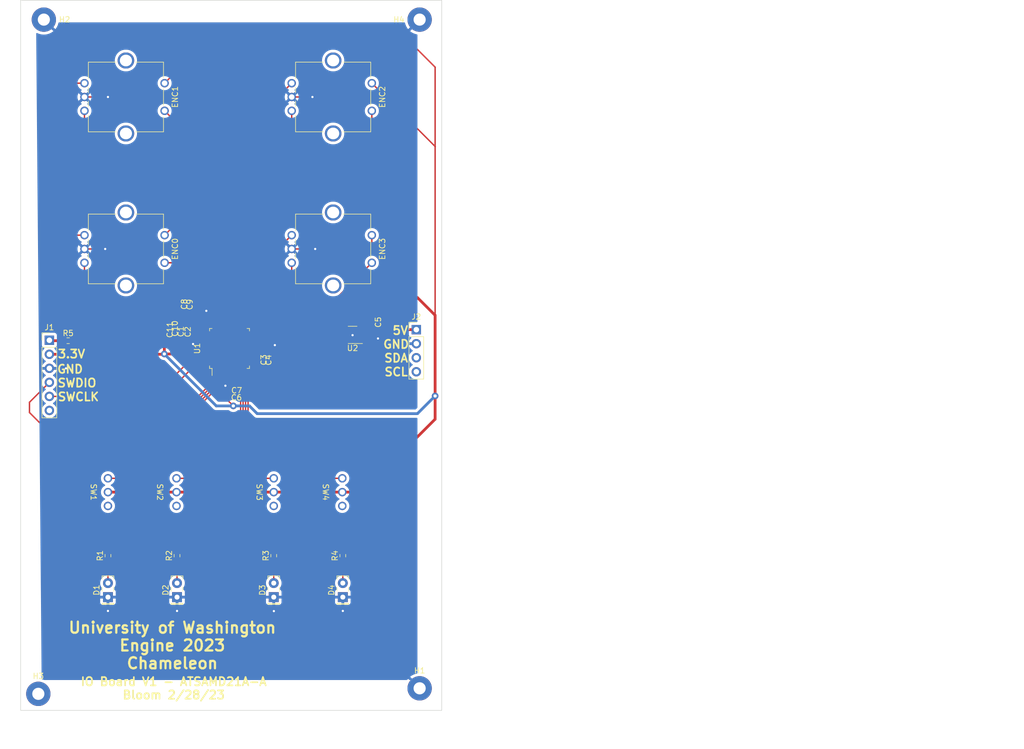
<source format=kicad_pcb>
(kicad_pcb (version 20211014) (generator pcbnew)
  (layers (0 "F.Cu" signal) (31 "B.Cu" signal) (34 "B.Paste" user) (35 "F.Paste" user) (36 "B.SilkS" user "B.Silkscreen") (37 "F.SilkS" user "F.Silkscreen") (38 "B.Mask" user) (39 "F.Mask" user) (44 "Edge.Cuts" user))
  (net 0 "")
  (net 1 "GND")
  (net 2 "Net-(C1-Pad2)")
  (net 3 "+3.3V")
  (net 4 "VCC")
  (net 5 "Net-(D1-Pad2)")
  (net 6 "Net-(D2-Pad2)")
  (net 7 "Net-(D3-Pad2)")
  (net 8 "Net-(D4-Pad2)")
  (net 9 "Net-(J1-Pad1)")
  (net 10 "/SWDIO")
  (net 11 "/SWCLK")
  (net 13 "/LED0")
  (net 14 "/LED1")
  (net 15 "/LED2")
  (net 16 "/LED3")
  (net 17 "/SW0")
  (net 19 "/SW1")
  (net 21 "/SW2")
  (net 23 "/SW3")
  (net 25 "/ENC0_A")
  (net 26 "/ENC0_B")
  (net 27 "/ENC0_SW")
  (net 28 "/ENC1_A")
  (net 29 "/ENC1_B")
  (net 30 "/ENC1_SW")
  (net 31 "/ENC2_A")
  (net 32 "/ENC2_B")
  (net 33 "/ENC2_SW")
  (net 34 "/ENC3_A")
  (net 35 "/ENC3_B")
  (net 36 "/ENC3_SW")
  (net 39 "/SDA")
  (net 40 "/SCL")
  (footprint "Package_QFP:TQFP-48_7x7mm_P0.5mm" (layer "F.Cu") (at 103.6 104.5 90)
    (fp_text reference "U1" (at 0 -5.85 90) (layer "F.SilkS"))
    (fp_text value "ATSAMD21G18A-A")
    (pad "1" smd roundrect (at -4.1625 -2.75 90) (size 1.475 0.3) (layers "F.Cu" "F.Paste" "F.Mask") (net 13 "/LED0"))
    (pad "2" smd roundrect (at -4.1625 -2.25 90) (size 1.475 0.3) (layers "F.Cu" "F.Paste" "F.Mask") (net 14 "/LED1"))
    (pad "3" smd roundrect (at -4.1625 -1.75 90) (size 1.475 0.3) (layers "F.Cu" "F.Paste" "F.Mask") (net 15 "/LED2"))
    (pad "4" smd roundrect (at -4.1625 -1.25 90) (size 1.475 0.3) (layers "F.Cu" "F.Paste" "F.Mask") (net 16 "/LED3"))
    (pad "5" smd roundrect (at -4.1625 -0.75 90) (size 1.475 0.3) (layers "F.Cu" "F.Paste" "F.Mask") (net 1 "GND"))
    (pad "6" smd roundrect (at -4.1625 -0.25 90) (size 1.475 0.3) (layers "F.Cu" "F.Paste" "F.Mask") (net 3 "+3.3V"))
    (pad "7" smd roundrect (at -4.1625 0.25 90) (size 1.475 0.3) (layers "F.Cu" "F.Paste" "F.Mask"))
    (pad "8" smd roundrect (at -4.1625 0.75 90) (size 1.475 0.3) (layers "F.Cu" "F.Paste" "F.Mask"))
    (pad "9" smd roundrect (at -4.1625 1.25 90) (size 1.475 0.3) (layers "F.Cu" "F.Paste" "F.Mask") (net 17 "/SW0"))
    (pad "10" smd roundrect (at -4.1625 1.75 90) (size 1.475 0.3) (layers "F.Cu" "F.Paste" "F.Mask") (net 19 "/SW1"))
    (pad "11" smd roundrect (at -4.1625 2.25 90) (size 1.475 0.3) (layers "F.Cu" "F.Paste" "F.Mask") (net 21 "/SW2"))
    (pad "12" smd roundrect (at -4.1625 2.75 90) (size 1.475 0.3) (layers "F.Cu" "F.Paste" "F.Mask") (net 23 "/SW3"))
    (pad "13" smd roundrect (at -2.75 4.1625 90) (size 0.3 1.475) (layers "F.Cu" "F.Paste" "F.Mask") (net 39 "/SDA"))
    (pad "14" smd roundrect (at -2.25 4.1625 90) (size 0.3 1.475) (layers "F.Cu" "F.Paste" "F.Mask") (net 40 "/SCL"))
    (pad "15" smd roundrect (at -1.75 4.1625 90) (size 0.3 1.475) (layers "F.Cu" "F.Paste" "F.Mask"))
    (pad "16" smd roundrect (at -1.25 4.1625 90) (size 0.3 1.475) (layers "F.Cu" "F.Paste" "F.Mask"))
    (pad "17" smd roundrect (at -0.75 4.1625 90) (size 0.3 1.475) (layers "F.Cu" "F.Paste" "F.Mask") (net 3 "+3.3V"))
    (pad "18" smd roundrect (at -0.25 4.1625 90) (size 0.3 1.475) (layers "F.Cu" "F.Paste" "F.Mask") (net 1 "GND"))
    (pad "19" smd roundrect (at 0.25 4.1625 90) (size 0.3 1.475) (layers "F.Cu" "F.Paste" "F.Mask"))
    (pad "20" smd roundrect (at 0.75 4.1625 90) (size 0.3 1.475) (layers "F.Cu" "F.Paste" "F.Mask"))
    (pad "21" smd roundrect (at 1.25 4.1625 90) (size 0.3 1.475) (layers "F.Cu" "F.Paste" "F.Mask"))
    (pad "22" smd roundrect (at 1.75 4.1625 90) (size 0.3 1.475) (layers "F.Cu" "F.Paste" "F.Mask"))
    (pad "23" smd roundrect (at 2.25 4.1625 90) (size 0.3 1.475) (layers "F.Cu" "F.Paste" "F.Mask") (net 36 "/ENC3_SW"))
    (pad "24" smd roundrect (at 2.75 4.1625 90) (size 0.3 1.475) (layers "F.Cu" "F.Paste" "F.Mask") (net 35 "/ENC3_B"))
    (pad "25" smd roundrect (at 4.1625 2.75 90) (size 1.475 0.3) (layers "F.Cu" "F.Paste" "F.Mask") (net 34 "/ENC3_A"))
    (pad "26" smd roundrect (at 4.1625 2.25 90) (size 1.475 0.3) (layers "F.Cu" "F.Paste" "F.Mask") (net 33 "/ENC2_SW"))
    (pad "27" smd roundrect (at 4.1625 1.75 90) (size 1.475 0.3) (layers "F.Cu" "F.Paste" "F.Mask") (net 32 "/ENC2_B"))
    (pad "28" smd roundrect (at 4.1625 1.25 90) (size 1.475 0.3) (layers "F.Cu" "F.Paste" "F.Mask") (net 31 "/ENC2_A"))
    (pad "29" smd roundrect (at 4.1625 0.75 90) (size 1.475 0.3) (layers "F.Cu" "F.Paste" "F.Mask") (net 30 "/ENC1_SW"))
    (pad "30" smd roundrect (at 4.1625 0.25 90) (size 1.475 0.3) (layers "F.Cu" "F.Paste" "F.Mask") (net 29 "/ENC1_B"))
    (pad "31" smd roundrect (at 4.1625 -0.25 90) (size 1.475 0.3) (layers "F.Cu" "F.Paste" "F.Mask") (net 28 "/ENC1_A"))
    (pad "32" smd roundrect (at 4.1625 -0.75 90) (size 1.475 0.3) (layers "F.Cu" "F.Paste" "F.Mask") (net 27 "/ENC0_SW"))
    (pad "33" smd roundrect (at 4.1625 -1.25 90) (size 1.475 0.3) (layers "F.Cu" "F.Paste" "F.Mask") (net 26 "/ENC0_B"))
    (pad "34" smd roundrect (at 4.1625 -1.75 90) (size 1.475 0.3) (layers "F.Cu" "F.Paste" "F.Mask") (net 25 "/ENC0_A"))
    (pad "35" smd roundrect (at 4.1625 -2.25 90) (size 1.475 0.3) (layers "F.Cu" "F.Paste" "F.Mask") (net 1 "GND"))
    (pad "36" smd roundrect (at 4.1625 -2.75 90) (size 1.475 0.3) (layers "F.Cu" "F.Paste" "F.Mask") (net 3 "+3.3V"))
    (pad "37" smd roundrect (at 2.75 -4.1625 90) (size 0.3 1.475) (layers "F.Cu" "F.Paste" "F.Mask"))
    (pad "38" smd roundrect (at 2.25 -4.1625 90) (size 0.3 1.475) (layers "F.Cu" "F.Paste" "F.Mask"))
    (pad "39" smd roundrect (at 1.75 -4.1625 90) (size 0.3 1.475) (layers "F.Cu" "F.Paste" "F.Mask"))
    (pad "40" smd roundrect (at 1.25 -4.1625 90) (size 0.3 1.475) (layers "F.Cu" "F.Paste" "F.Mask"))
    (pad "41" smd roundrect (at 0.75 -4.1625 90) (size 0.3 1.475) (layers "F.Cu" "F.Paste" "F.Mask"))
    (pad "42" smd roundrect (at 0.25 -4.1625 90) (size 0.3 1.475) (layers "F.Cu" "F.Paste" "F.Mask") (net 1 "GND"))
    (pad "43" smd roundrect (at -0.25 -4.1625 90) (size 0.3 1.475) (layers "F.Cu" "F.Paste" "F.Mask") (net 2 "Net-(C1-Pad2)"))
    (pad "44" smd roundrect (at -0.75 -4.1625 90) (size 0.3 1.475) (layers "F.Cu" "F.Paste" "F.Mask") (net 3 "+3.3V"))
    (pad "45" smd roundrect (at -1.25 -4.1625 90) (size 0.3 1.475) (layers "F.Cu" "F.Paste" "F.Mask") (net 11 "/SWCLK"))
    (pad "46" smd roundrect (at -1.75 -4.1625 90) (size 0.3 1.475) (layers "F.Cu" "F.Paste" "F.Mask") (net 10 "/SWDIO"))
    (pad "47" smd roundrect (at -2.25 -4.1625 90) (size 0.3 1.475) (layers "F.Cu" "F.Paste" "F.Mask"))
    (pad "48" smd roundrect (at -2.75 -4.1625 90) (size 0.3 1.475) (layers "F.Cu" "F.Paste" "F.Mask"))
  )
  (footprint "Connector_PinHeader_2.54mm:PinHeader_1x06_P2.54mm_Vertical" (layer "F.Cu") (at 71 103.02)
    (fp_text reference "J1" (at 0 -2.33) (layer "F.SilkS"))
    (fp_text value "Conn_PIC_ICSP_ICD")
    (pad "1" thru_hole rect (at 0 0) (size 1.7 1.7) (drill 1) (layers *.Cu *.Mask) (net 9 "Net-(J1-Pad1)"))
    (pad "2" thru_hole oval (at 0 2.54) (size 1.7 1.7) (drill 1) (layers *.Cu *.Mask) (net 3 "+3.3V"))
    (pad "3" thru_hole oval (at 0 5.08) (size 1.7 1.7) (drill 1) (layers *.Cu *.Mask) (net 1 "GND"))
    (pad "4" thru_hole oval (at 0 7.62) (size 1.7 1.7) (drill 1) (layers *.Cu *.Mask) (net 10 "/SWDIO"))
    (pad "5" thru_hole oval (at 0 10.16) (size 1.7 1.7) (drill 1) (layers *.Cu *.Mask) (net 11 "/SWCLK"))
    (pad "6" thru_hole oval (at 0 12.7) (size 1.7 1.7) (drill 1) (layers *.Cu *.Mask))
  )
  (footprint "Resistor_SMD:R_0603_1608Metric" (layer "F.Cu") (at 124.1 142 90)
    (fp_text reference "R4" (at 0 -1.43 90) (layer "F.SilkS"))
    (fp_text value "10k")
    (pad "1" smd roundrect (at -0.825 0 90) (size 0.8 0.95) (layers "F.Cu" "F.Paste" "F.Mask") (net 8 "Net-(D4-Pad2)"))
    (pad "2" smd roundrect (at 0.825 0 90) (size 0.8 0.95) (layers "F.Cu" "F.Paste" "F.Mask") (net 16 "/LED3"))
  )
  (footprint "LED_THT:LED_Rectangular_W5.0mm_H2.0mm" (layer "F.Cu") (at 94.1 149.5 90)
    (fp_text reference "D2" (at 1.27 -2.06 90) (layer "F.SilkS"))
    (fp_text value "LED")
    (pad "1" thru_hole rect (at 0 0 90) (size 1.8 1.8) (drill 0.9) (layers *.Cu *.Mask) (net 1 "GND"))
    (pad "2" thru_hole circle (at 2.54 0 90) (size 1.8 1.8) (drill 0.9) (layers *.Cu *.Mask) (net 6 "Net-(D2-Pad2)"))
  )
  (footprint "Capacitor_SMD:C_0201_0603Metric" (layer "F.Cu") (at 103.17 113.3 180)
    (fp_text reference "C6" (at -1.68 -0.1) (layer "F.SilkS"))
    (fp_text value "10u")
    (pad "1" smd roundrect (at -0.32 0 180) (size 0.46 0.4) (layers "F.Cu" "F.Mask") (net 3 "+3.3V"))
    (pad "2" smd roundrect (at 0.32 0 180) (size 0.46 0.4) (layers "F.Cu" "F.Mask") (net 1 "GND"))
  )
  (footprint "Capacitor_SMD:C_0201_0603Metric" (layer "F.Cu") (at 110.65 104.92 -90)
    (fp_text reference "C4" (at 1.68 0 90) (layer "F.SilkS"))
    (fp_text value "0.1u")
    (pad "1" smd roundrect (at -0.32 0 270) (size 0.46 0.4) (layers "F.Cu" "F.Mask") (net 1 "GND"))
    (pad "2" smd roundrect (at 0.32 0 270) (size 0.46 0.4) (layers "F.Cu" "F.Mask") (net 3 "+3.3V"))
  )
  (footprint "Capacitor_SMD:C_0201_0603Metric" (layer "F.Cu") (at 93.75 103.1 90)
    (fp_text reference "C10" (at 2.2 -0.03 90) (layer "F.SilkS"))
    (fp_text value "10u")
    (pad "1" smd roundrect (at -0.32 0 90) (size 0.46 0.4) (layers "F.Cu" "F.Mask") (net 3 "+3.3V"))
    (pad "2" smd roundrect (at 0.32 0 90) (size 0.46 0.4) (layers "F.Cu" "F.Mask") (net 1 "GND"))
  )
  (footprint "Capacitor_SMD:C_0201_0603Metric" (layer "F.Cu") (at 130.4625 101.455 -90)
    (fp_text reference "C5" (at -1.705 -0.0375 90) (layer "F.SilkS"))
    (fp_text value "10u")
    (pad "1" smd roundrect (at -0.32 0 270) (size 0.46 0.4) (layers "F.Cu" "F.Mask") (net 4 "VCC"))
    (pad "2" smd roundrect (at 0.32 0 270) (size 0.46 0.4) (layers "F.Cu" "F.Mask") (net 1 "GND"))
  )
  (footprint "Rotary_Encoder:RotaryEncoder_Bourns_Vertical_PEC12R-3xxxF-Sxxxx" (layer "F.Cu") (at 114.85 84)
    (fp_text reference "ENC3" (at 16.4 2.5 90) (layer "F.SilkS"))
    (fp_text value "RotaryEncoder_Switch")
    (pad "A" thru_hole circle (at 0 0 270) (size 1.524 1.524) (drill 1) (layers *.Cu *.Mask) (net 34 "/ENC3_A"))
    (pad "B" thru_hole circle (at 0 5 270) (size 1.524 1.524) (drill 1) (layers *.Cu *.Mask) (net 35 "/ENC3_B"))
    (pad "C" thru_hole circle (at 0 2.5 270) (size 1.524 1.524) (drill 1) (layers *.Cu *.Mask) (net 1 "GND"))
    (pad "S1" thru_hole circle (at 14.5 0 270) (size 1.524 1.524) (drill 1) (layers *.Cu *.Mask) (net 3 "+3.3V"))
    (pad "S2" thru_hole circle (at 14.5 5 270) (size 1.524 1.524) (drill 1) (layers *.Cu *.Mask) (net 36 "/ENC3_SW"))
    (pad "SH" thru_hole oval (at 7.5 9.1 270) (size 2.9 3) (drill oval 2.1 2.2) (layers *.Cu *.Mask))
    (pad "SH" thru_hole oval (at 7.5 -4.1 270) (size 2.9 3) (drill oval 2.1 2.2) (layers *.Cu *.Mask))
  )
  (footprint "Rotary_Encoder:RotaryEncoder_Bourns_Vertical_PEC12R-3xxxF-Sxxxx" (layer "F.Cu") (at 77.35 56.5)
    (fp_text reference "ENC1" (at 16.4 2.5 90) (layer "F.SilkS"))
    (fp_text value "RotaryEncoder_Switch")
    (pad "A" thru_hole circle (at 0 0 270) (size 1.524 1.524) (drill 1) (layers *.Cu *.Mask) (net 28 "/ENC1_A"))
    (pad "B" thru_hole circle (at 0 5 270) (size 1.524 1.524) (drill 1) (layers *.Cu *.Mask) (net 29 "/ENC1_B"))
    (pad "C" thru_hole circle (at 0 2.5 270) (size 1.524 1.524) (drill 1) (layers *.Cu *.Mask) (net 1 "GND"))
    (pad "S1" thru_hole circle (at 14.5 0 270) (size 1.524 1.524) (drill 1) (layers *.Cu *.Mask) (net 3 "+3.3V"))
    (pad "S2" thru_hole circle (at 14.5 5 270) (size 1.524 1.524) (drill 1) (layers *.Cu *.Mask) (net 30 "/ENC1_SW"))
    (pad "SH" thru_hole oval (at 7.5 9.1 270) (size 2.9 3) (drill oval 2.1 2.2) (layers *.Cu *.Mask))
    (pad "SH" thru_hole oval (at 7.5 -4.1 270) (size 2.9 3) (drill oval 2.1 2.2) (layers *.Cu *.Mask))
  )
  (footprint "Resistor_SMD:R_0603_1608Metric" (layer "F.Cu") (at 74.4 103.1 180)
    (fp_text reference "R5" (at 0 1.35) (layer "F.SilkS"))
    (fp_text value "10k")
    (pad "1" smd roundrect (at -0.825 0 180) (size 0.8 0.95) (layers "F.Cu" "F.Paste" "F.Mask") (net 3 "+3.3V"))
    (pad "2" smd roundrect (at 0.825 0 180) (size 0.8 0.95) (layers "F.Cu" "F.Paste" "F.Mask") (net 9 "Net-(J1-Pad1)"))
  )
  (footprint "Resistor_SMD:R_0603_1608Metric" (layer "F.Cu") (at 81.6 142 90)
    (fp_text reference "R1" (at 0 -1.43 90) (layer "F.SilkS"))
    (fp_text value "10k")
    (pad "1" smd roundrect (at -0.825 0 90) (size 0.8 0.95) (layers "F.Cu" "F.Paste" "F.Mask") (net 5 "Net-(D1-Pad2)"))
    (pad "2" smd roundrect (at 0.825 0 90) (size 0.8 0.95) (layers "F.Cu" "F.Paste" "F.Mask") (net 13 "/LED0"))
  )
  (footprint "MountingHole:MountingHole_2.2mm_M2_Pad" (layer "F.Cu") (at 138 45)
    (fp_text reference "H4" (at -3.75 0) (layer "F.SilkS"))
    (fp_text value "MountingHole_Pad")
    (pad "1" thru_hole circle (at 0 0) (size 4.4 4.4) (drill 2.2) (layers *.Cu *.Mask) (net 1 "GND"))
  )
  (footprint "LED_THT:LED_Rectangular_W5.0mm_H2.0mm" (layer "F.Cu") (at 124.1 149.5 90)
    (fp_text reference "D4" (at 1.27 -2.06 90) (layer "F.SilkS"))
    (fp_text value "LED")
    (pad "1" thru_hole rect (at 0 0 90) (size 1.8 1.8) (drill 0.9) (layers *.Cu *.Mask) (net 1 "GND"))
    (pad "2" thru_hole circle (at 2.54 0 90) (size 1.8 1.8) (drill 0.9) (layers *.Cu *.Mask) (net 8 "Net-(D4-Pad2)"))
  )
  (footprint "Custom:EG_1218" (layer "F.Cu") (at 116.6 130.5 -90)
    (fp_text reference "SW3" (at 0 7.6 -90 unlocked) (layer "F.SilkS"))
    (fp_text value "EG_1218")
    (pad "1" thru_hole circle (at 0 5 270) (size 1.524 1.524) (drill 1) (layers *.Cu *.Mask) (net 3 "+3.3V"))
    (pad "2" thru_hole circle (at -2.5 5 270) (size 1.524 1.524) (drill 1) (layers *.Cu *.Mask) (net 21 "/SW2"))
    (pad "3" thru_hole circle (at 2.5 5 270) (size 1.524 1.524) (drill 1) (layers *.Cu *.Mask))
  )
  (footprint "Package_TO_SOT_SMD:SOT-23-5" (layer "F.Cu") (at 125.8625 102.05 180)
    (fp_text reference "U2" (at 0 -2.4) (layer "F.SilkS"))
    (fp_text value "AP2112K-3.3")
    (pad "1" smd roundrect (at -1.1375 -0.95 180) (size 1.325 0.6) (layers "F.Cu" "F.Paste" "F.Mask") (net 4 "VCC"))
    (pad "2" smd roundrect (at -1.1375 0 180) (size 1.325 0.6) (layers "F.Cu" "F.Paste" "F.Mask") (net 1 "GND"))
    (pad "3" smd roundrect (at -1.1375 0.95 180) (size 1.325 0.6) (layers "F.Cu" "F.Paste" "F.Mask") (net 4 "VCC"))
    (pad "4" smd roundrect (at 1.1375 0.95 180) (size 1.325 0.6) (layers "F.Cu" "F.Paste" "F.Mask"))
    (pad "5" smd roundrect (at 1.1375 -0.95 180) (size 1.325 0.6) (layers "F.Cu" "F.Paste" "F.Mask") (net 3 "+3.3V"))
  )
  (footprint "Capacitor_SMD:C_0201_0603Metric" (layer "F.Cu") (at 95.85 103.18 -90)
    (fp_text reference "C2" (at -1.68 -0.2 90) (layer "F.SilkS"))
    (fp_text value "10u")
    (pad "1" smd roundrect (at -0.32 0 270) (size 0.46 0.4) (layers "F.Cu" "F.Mask") (net 1 "GND"))
    (pad "2" smd roundrect (at 0.32 0 270) (size 0.46 0.4) (layers "F.Cu" "F.Mask") (net 2 "Net-(C1-Pad2)"))
  )
  (footprint "Resistor_SMD:R_0603_1608Metric" (layer "F.Cu") (at 94.1 142 90)
    (fp_text reference "R2" (at 0 -1.43 90) (layer "F.SilkS"))
    (fp_text value "10k")
    (pad "1" smd roundrect (at -0.825 0 90) (size 0.8 0.95) (layers "F.Cu" "F.Paste" "F.Mask") (net 6 "Net-(D2-Pad2)"))
    (pad "2" smd roundrect (at 0.825 0 90) (size 0.8 0.95) (layers "F.Cu" "F.Paste" "F.Mask") (net 14 "/LED1"))
  )
  (footprint "MountingHole:MountingHole_2.2mm_M2_Pad" (layer "F.Cu") (at 138 166)
    (fp_text reference "H1" (at 0 -3.2) (layer "F.SilkS"))
    (fp_text value "MountingHole_Pad")
    (pad "1" thru_hole circle (at 0 0) (size 4.4 4.4) (drill 2.2) (layers *.Cu *.Mask) (net 1 "GND"))
  )
  (footprint "LED_THT:LED_Rectangular_W5.0mm_H2.0mm" (layer "F.Cu") (at 111.6 149.5 90)
    (fp_text reference "D3" (at 1.27 -2.06 90) (layer "F.SilkS"))
    (fp_text value "LED")
    (pad "1" thru_hole rect (at 0 0 90) (size 1.8 1.8) (drill 0.9) (layers *.Cu *.Mask) (net 1 "GND"))
    (pad "2" thru_hole circle (at 2.54 0 90) (size 1.8 1.8) (drill 0.9) (layers *.Cu *.Mask) (net 7 "Net-(D3-Pad2)"))
  )
  (footprint "Custom:EG_1218" (layer "F.Cu") (at 86.6 130.5 -90)
    (fp_text reference "SW1" (at 0 7.6 -90 unlocked) (layer "F.SilkS"))
    (fp_text value "EG_1218")
    (pad "1" thru_hole circle (at 0 5 270) (size 1.524 1.524) (drill 1) (layers *.Cu *.Mask) (net 3 "+3.3V"))
    (pad "2" thru_hole circle (at -2.5 5 270) (size 1.524 1.524) (drill 1) (layers *.Cu *.Mask) (net 17 "/SW0"))
    (pad "3" thru_hole circle (at 2.5 5 270) (size 1.524 1.524) (drill 1) (layers *.Cu *.Mask))
  )
  (footprint "MountingHole:MountingHole_2.2mm_M2_Pad" (layer "F.Cu") (at 70 45)
    (fp_text reference "H2" (at 3.75 0) (layer "F.SilkS"))
    (fp_text value "MountingHole_Pad")
    (pad "1" thru_hole circle (at 0 0) (size 4.4 4.4) (drill 2.2) (layers *.Cu *.Mask) (net 1 "GND"))
  )
  (footprint "Capacitor_SMD:C_0201_0603Metric" (layer "F.Cu") (at 103.165 112.1)
    (fp_text reference "C7" (at 1.725 0) (layer "F.SilkS"))
    (fp_text value "0.1u")
    (pad "1" smd roundrect (at -0.32 0) (size 0.46 0.4) (layers "F.Cu" "F.Mask") (net 1 "GND"))
    (pad "2" smd roundrect (at 0.32 0) (size 0.46 0.4) (layers "F.Cu" "F.Mask") (net 3 "+3.3V"))
  )
  (footprint "Connector_PinHeader_2.54mm:PinHeader_1x04_P2.54mm_Vertical" (layer "F.Cu") (at 137.4 101.1)
    (fp_text reference "J2" (at 0 -2.33) (layer "F.SilkS"))
    (fp_text value "Conn_01x04_Male")
    (pad "1" thru_hole rect (at 0 0) (size 1.7 1.7) (drill 1) (layers *.Cu *.Mask) (net 4 "VCC"))
    (pad "2" thru_hole oval (at 0 2.54) (size 1.7 1.7) (drill 1) (layers *.Cu *.Mask) (net 1 "GND"))
    (pad "3" thru_hole oval (at 0 5.08) (size 1.7 1.7) (drill 1) (layers *.Cu *.Mask) (net 39 "/SDA"))
    (pad "4" thru_hole oval (at 0 7.62) (size 1.7 1.7) (drill 1) (layers *.Cu *.Mask) (net 40 "/SCL"))
  )
  (footprint "Rotary_Encoder:RotaryEncoder_Bourns_Vertical_PEC12R-3xxxF-Sxxxx" (layer "F.Cu") (at 77.35 84)
    (fp_text reference "ENC0" (at 16.4 2.5 90) (layer "F.SilkS"))
    (fp_text value "RotaryEncoder_Switch")
    (pad "A" thru_hole circle (at 0 0 270) (size 1.524 1.524) (drill 1) (layers *.Cu *.Mask) (net 25 "/ENC0_A"))
    (pad "B" thru_hole circle (at 0 5 270) (size 1.524 1.524) (drill 1) (layers *.Cu *.Mask) (net 26 "/ENC0_B"))
    (pad "C" thru_hole circle (at 0 2.5 270) (size 1.524 1.524) (drill 1) (layers *.Cu *.Mask) (net 1 "GND"))
    (pad "S1" thru_hole circle (at 14.5 0 270) (size 1.524 1.524) (drill 1) (layers *.Cu *.Mask) (net 3 "+3.3V"))
    (pad "S2" thru_hole circle (at 14.5 5 270) (size 1.524 1.524) (drill 1) (layers *.Cu *.Mask) (net 27 "/ENC0_SW"))
    (pad "SH" thru_hole oval (at 7.5 -4.1 270) (size 2.9 3) (drill oval 2.1 2.2) (layers *.Cu *.Mask))
    (pad "SH" thru_hole oval (at 7.5 9.1 270) (size 2.9 3) (drill oval 2.1 2.2) (layers *.Cu *.Mask))
  )
  (footprint "Capacitor_SMD:C_0201_0603Metric" (layer "F.Cu") (at 95.5 98.1 90)
    (fp_text reference "C8" (at 1.6 -0.1 90) (layer "F.SilkS"))
    (fp_text value "10u")
    (pad "1" smd roundrect (at -0.32 0 90) (size 0.46 0.4) (layers "F.Cu" "F.Mask") (net 3 "+3.3V"))
    (pad "2" smd roundrect (at 0.32 0 90) (size 0.46 0.4) (layers "F.Cu" "F.Mask") (net 1 "GND"))
  )
  (footprint "Capacitor_SMD:C_0201_0603Metric" (layer "F.Cu") (at 92.8 103.155 -90)
    (fp_text reference "C11" (at -2.03 0 90) (layer "F.SilkS"))
    (fp_text value "0.1u")
    (pad "1" smd roundrect (at -0.32 0 270) (size 0.46 0.4) (layers "F.Cu" "F.Mask") (net 1 "GND"))
    (pad "2" smd roundrect (at 0.32 0 270) (size 0.46 0.4) (layers "F.Cu" "F.Mask") (net 3 "+3.3V"))
  )
  (footprint "MountingHole:MountingHole_2.2mm_M2_Pad" (layer "F.Cu") (at 69 167)
    (fp_text reference "H3" (at 0 -3.2) (layer "F.SilkS"))
    (fp_text value "MountingHole_Pad")
    (pad "1" thru_hole circle (at 0 0) (size 4.4 4.4) (drill 2.2) (layers *.Cu *.Mask) (net 1 "GND"))
  )
  (footprint "Resistor_SMD:R_0603_1608Metric" (layer "F.Cu") (at 111.6 142 90)
    (fp_text reference "R3" (at 0 -1.43 90) (layer "F.SilkS"))
    (fp_text value "10k")
    (pad "1" smd roundrect (at -0.825 0 90) (size 0.8 0.95) (layers "F.Cu" "F.Paste" "F.Mask") (net 7 "Net-(D3-Pad2)"))
    (pad "2" smd roundrect (at 0.825 0 90) (size 0.8 0.95) (layers "F.Cu" "F.Paste" "F.Mask") (net 15 "/LED2"))
  )
  (footprint "Custom:EG_1218" (layer "F.Cu") (at 129.005 130.5 -90)
    (fp_text reference "SW4" (at 0 8.005 -90 unlocked) (layer "F.SilkS"))
    (fp_text value "EG_1218")
    (pad "1" thru_hole circle (at 0 5 270) (size 1.524 1.524) (drill 1) (layers *.Cu *.Mask) (net 3 "+3.3V"))
    (pad "2" thru_hole circle (at -2.5 5 270) (size 1.524 1.524) (drill 1) (layers *.Cu *.Mask) (net 23 "/SW3"))
    (pad "3" thru_hole circle (at 2.5 5 270) (size 1.524 1.524) (drill 1) (layers *.Cu *.Mask))
  )
  (footprint "Capacitor_SMD:C_0201_0603Metric" (layer "F.Cu") (at 96.4 98.155 -90)
    (fp_text reference "C9" (at -1.6 0 90) (layer "F.SilkS"))
    (fp_text value "0.1u")
    (pad "1" smd roundrect (at -0.32 0 270) (size 0.46 0.4) (layers "F.Cu" "F.Mask") (net 1 "GND"))
    (pad "2" smd roundrect (at 0.32 0 270) (size 0.46 0.4) (layers "F.Cu" "F.Mask") (net 3 "+3.3V"))
  )
  (footprint "LED_THT:LED_Rectangular_W5.0mm_H2.0mm" (layer "F.Cu") (at 81.6 149.5 90)
    (fp_text reference "D1" (at 1.27 -2.06 90) (layer "F.SilkS"))
    (fp_text value "LED")
    (pad "1" thru_hole rect (at 0 0 90) (size 1.8 1.8) (drill 0.9) (layers *.Cu *.Mask) (net 1 "GND"))
    (pad "2" thru_hole circle (at 2.54 0 90) (size 1.8 1.8) (drill 0.9) (layers *.Cu *.Mask) (net 5 "Net-(D1-Pad2)"))
  )
  (footprint "Capacitor_SMD:C_0201_0603Metric" (layer "F.Cu") (at 109.8 104.9 90)
    (fp_text reference "C3" (at -1.68 0 90) (layer "F.SilkS"))
    (fp_text value "10u")
    (pad "1" smd roundrect (at -0.32 0 90) (size 0.46 0.4) (layers "F.Cu" "F.Mask") (net 3 "+3.3V"))
    (pad "2" smd roundrect (at 0.32 0 90) (size 0.46 0.4) (layers "F.Cu" "F.Mask") (net 1 "GND"))
  )
  (footprint "Custom:EG_1218" (layer "F.Cu") (at 99.005 130.5 -90)
    (fp_text reference "SW2" (at 0 8.005 -90 unlocked) (layer "F.SilkS"))
    (fp_text value "EG_1218")
    (pad "1" thru_hole circle (at 0 5 270) (size 1.524 1.524) (drill 1) (layers *.Cu *.Mask) (net 3 "+3.3V"))
    (pad "2" thru_hole circle (at -2.5 5 270) (size 1.524 1.524) (drill 1) (layers *.Cu *.Mask) (net 19 "/SW1"))
    (pad "3" thru_hole circle (at 2.5 5 270) (size 1.524 1.524) (drill 1) (layers *.Cu *.Mask))
  )
  (footprint "Capacitor_SMD:C_0201_0603Metric" (layer "F.Cu") (at 94.8 103.1 -90)
    (fp_text reference "C1" (at -1.655 0 90) (layer "F.SilkS"))
    (fp_text value "0.1u")
    (pad "1" smd roundrect (at -0.32 0 270) (size 0.46 0.4) (layers "F.Cu" "F.Mask") (net 1 "GND"))
    (pad "2" smd roundrect (at 0.32 0 270) (size 0.46 0.4) (layers "F.Cu" "F.Mask") (net 2 "Net-(C1-Pad2)"))
  )
  (footprint "Rotary_Encoder:RotaryEncoder_Bourns_Vertical_PEC12R-3xxxF-Sxxxx" (layer "F.Cu") (at 114.85 56.5)
    (fp_text reference "ENC2" (at 16.4 2.5 90) (layer "F.SilkS"))
    (fp_text value "RotaryEncoder_Switch")
    (pad "A" thru_hole circle (at 0 0 270) (size 1.524 1.524) (drill 1) (layers *.Cu *.Mask) (net 31 "/ENC2_A"))
    (pad "B" thru_hole circle (at 0 5 270) (size 1.524 1.524) (drill 1) (layers *.Cu *.Mask) (net 32 "/ENC2_B"))
    (pad "C" thru_hole circle (at 0 2.5 270) (size 1.524 1.524) (drill 1) (layers *.Cu *.Mask) (net 1 "GND"))
    (pad "S1" thru_hole circle (at 14.5 0 270) (size 1.524 1.524) (drill 1) (layers *.Cu *.Mask) (net 3 "+3.3V"))
    (pad "S2" thru_hole circle (at 14.5 5 270) (size 1.524 1.524) (drill 1) (layers *.Cu *.Mask) (net 33 "/ENC2_SW"))
    (pad "SH" thru_hole oval (at 7.5 9.1 270) (size 2.9 3) (drill oval 2.1 2.2) (layers *.Cu *.Mask))
    (pad "SH" thru_hole oval (at 7.5 -4.1 270) (size 2.9 3) (drill oval 2.1 2.2) (layers *.Cu *.Mask))
  )
  (gr_rect (start 65.8 41.5) (end 142 170) (layer "Edge.Cuts") (width 0.1) (fill none))
  (gr_text "SWCLK" (at 76.25 113.25) (layer "F.SilkS") (effects (font (size 1.5 1.5) (thickness 0.3))))
  (gr_text "University of Washington\nEngine 2023\nChameleon" (at 93.25 158.25) (layer "F.SilkS") (effects (font (size 2 2) (thickness 0.4))))
  (gr_text "GND" (at 133.75 103.75) (layer "F.SilkS") (effects (font (size 1.5 1.5) (thickness 0.3))))
  (gr_text "IO Board V1 - ATSAMD21A-A\nBloom 2/28/23" (at 93.5 166) (layer "F.SilkS") (effects (font (size 1.5 1.5) (thickness 0.3))))
  (gr_text "SWDIO" (at 76 110.75) (layer "F.SilkS") (effects (font (size 1.5 1.5) (thickness 0.3))))
  (gr_text "GND" (at 74.75 108.25) (layer "F.SilkS") (effects (font (size 1.5 1.5) (thickness 0.3))))
  (gr_text "3.3V" (at 75 105.5) (layer "F.SilkS") (effects (font (size 1.5 1.5) (thickness 0.3))))
  (gr_text "SDA" (at 133.75 106.25) (layer "F.SilkS") (effects (font (size 1.5 1.5) (thickness 0.3))))
  (gr_text "5V\n" (at 134.5 101.25) (layer "F.SilkS") (effects (font (size 1.5 1.5) (thickness 0.3))))
  (gr_text "SCL\n" (at 133.75 108.75) (layer "F.SilkS") (effects (font (size 1.5 1.5) (thickness 0.3))))
  (segment (start 114.85 59) (end 118.6 59) (width 0.25) (layer "F.Cu") (net 1))
  (segment (start 99.265 97.835) (end 99.4 97.7) (width 0.25) (layer "F.Cu") (net 1))
  (segment (start 114.85 86.5) (end 119.1 86.5) (width 0.25) (layer "F.Cu") (net 1))
  (segment (start 108.75 104.58) (end 108.58 104.75) (width 0.25) (layer "F.Cu") (net 1))
  (segment (start 102.85 110.65) (end 102.85 111.25) (width 0.25) (layer "F.Cu") (net 1))
  (segment (start 100.4 98.5) (end 99.6 97.7) (width 0.25) (layer "F.Cu") (net 1))
  (segment (start 127 102.05) (end 125.9125 102.05) (width 0.25) (layer "F.Cu") (net 1))
  (segment (start 95.85 102.86) (end 96.16 102.86) (width 0.25) (layer "F.Cu") (net 1))
  (segment (start 111.6 149.5) (end 111.622618 152.02836) (width 0.25) (layer "F.Cu") (net 1))
  (segment (start 101.35 100.3375) (end 101.35 99.45) (width 0.25) (layer "F.Cu") (net 1))
  (segment (start 99.6 97.7) (end 99.4 97.7) (width 0.25) (layer "F.Cu") (net 1))
  (segment (start 111.622618 152.02836) (end 111.6 152) (width 0.25) (layer "F.Cu") (net 1))
  (segment (start 95.77 102.78) (end 95.85 102.86) (width 0.25) (layer "F.Cu") (net 1))
  (segment (start 95.5 97.78) (end 96.345 97.78) (width 0.25) (layer "F.Cu") (net 1))
  (segment (start 77.35 86.5) (end 81.1 86.5) (width 0.25) (layer "F.Cu") (net 1))
  (segment (start 93.75 102.78) (end 94.8 102.78) (width 0.25) (layer "F.Cu") (net 1))
  (segment (start 102.85 108.6625) (end 102.85 110.65) (width 0.25) (layer "F.Cu") (net 1))
  (segment (start 102.845 112.1) (end 102.845 113.295) (width 0.25) (layer "F.Cu") (net 1))
  (segment (start 77.35 59) (end 81.6 59) (width 0.25) (layer "F.Cu") (net 1))
  (segment (start 110.65 104.6) (end 109.82 104.6) (width 0.25) (layer "F.Cu") (net 1))
  (segment (start 125.8625 102.1) (end 125.9125 102.05) (width 0.25) (layer "F.Cu") (net 1))
  (segment (start 102.845 113.295) (end 102.85 113.3) (width 0.25) (layer "F.Cu") (net 1))
  (segment (start 102.85 111.25) (end 102.85 111.99) (width 0.25) (layer "F.Cu") (net 1))
  (segment (start 96.4 97.835) (end 99.265 97.835) (width 0.25) (layer "F.Cu") (net 1))
  (segment (start 71 108.1) (end 74 108.1) (width 0.5) (layer "F.Cu") (net 1))
  (segment (start 130.4625 101.775) (end 130.4625 102.7) (width 0.25) (layer "F.Cu") (net 1))
  (segment (start 96.16 102.86) (end 97 103.7) (width 0.25) (layer "F.Cu") (net 1))
  (segment (start 124.1 149.5) (end 124.1 152) (width 0.25) (layer "F.Cu") (net 1))
  (segment (start 101.35 99.45) (end 100.4 98.5) (width 0.25) (layer "F.Cu") (net 1))
  (segment (start 92.8 102.835) (end 93.695 102.835) (width 0.25) (layer "F.Cu") (net 1))
  (segment (start 110.65 104.6) (end 111.1 104.6) (width 0.25) (layer "F.Cu") (net 1))
  (segment (start 102.85 111.99) (end 102.96 112.1) (width 0.25) (layer "F.Cu") (net 1))
  (segment (start 93.695 102.835) (end 93.75 102.78) (width 0.25) (layer "F.Cu") (net 1))
  (segment (start 111.1 104.6) (end 111.8 103.9) (width 0.25) (layer "F.Cu") (net 1))
  (segment (start 96.345 97.78) (end 96.4 97.835) (width 0.25) (layer "F.Cu") (net 1))
  (segment (start 81.6 149.5) (end 81.6 152) (width 0.25) (layer "F.Cu") (net 1))
  (segment (start 97.55 104.25) (end 97 103.7) (width 0.25) (layer "F.Cu") (net 1))
  (segment (start 109.82 104.6) (end 109.8 104.58) (width 0.25) (layer "F.Cu") (net 1))
  (segment (start 108.58 104.75) (end 107.7625 104.75) (width 0.25) (layer "F.Cu") (net 1))
  (segment (start 94.5 102.78) (end 95.77 102.78) (width 0.25) (layer "F.Cu") (net 1))
  (segment (start 94.1 149.5) (end 94.1 152) (width 0.25) (layer "F.Cu") (net 1))
  (segment (start 109.8 104.58) (end 108.75 104.58) (width 0.25) (layer "F.Cu") (net 1))
  (segment (start 99.4375 104.25) (end 97.55 104.25) (width 0.25) (layer "F.Cu") (net 1))
  (via (at 81.6 152) (size 0.8) (drill 0.4) (layers "F.Cu" "B.Cu") (net 1))
  (via (at 125.8625 102.1) (size 0.8) (drill 0.4) (layers "F.Cu" "B.Cu") (net 1))
  (via (at 99.4 97.7) (size 0.8) (drill 0.4) (layers "F.Cu" "B.Cu") (net 1))
  (via (at 119.1 86.5) (size 0.8) (drill 0.4) (layers "F.Cu" "B.Cu") (net 1))
  (via (at 102.85 111.25) (size 0.8) (drill 0.4) (layers "F.Cu" "B.Cu") (net 1))
  (via (at 74 108.1) (size 0.8) (drill 0.4) (layers "F.Cu" "B.Cu") (net 1))
  (via (at 130.4625 102.7) (size 0.8) (drill 0.4) (layers "F.Cu" "B.Cu") (net 1))
  (via (at 81.6 59) (size 0.8) (drill 0.4) (layers "F.Cu" "B.Cu") (net 1))
  (via (at 124.1 152) (size 0.8) (drill 0.4) (layers "F.Cu" "B.Cu") (net 1))
  (via (at 97 103.7) (size 0.8) (drill 0.4) (layers "F.Cu" "B.Cu") (net 1))
  (via (at 94.1 152) (size 0.8) (drill 0.4) (layers "F.Cu" "B.Cu") (net 1))
  (via (at 111.622618 152.02836) (size 0.8) (drill 0.4) (layers "F.Cu" "B.Cu") (net 1))
  (via (at 118.6 59) (size 0.8) (drill 0.4) (layers "F.Cu" "B.Cu") (net 1))
  (via (at 81.1 86.5) (size 0.8) (drill 0.4) (layers "F.Cu" "B.Cu") (net 1))
  (via (at 111.8 103.9) (size 0.8) (drill 0.4) (layers "F.Cu" "B.Cu") (net 1))
  (segment (start 96 104.1) (end 96 103.65) (width 0.25) (layer "F.Cu") (net 2))
  (segment (start 94.58 103.5) (end 94.5 103.42) (width 0.25) (layer "F.Cu") (net 2))
  (segment (start 95.85 103.5) (end 94.58 103.5) (width 0.25) (layer "F.Cu") (net 2))
  (segment (start 96.65 104.75) (end 96 104.1) (width 0.25) (layer "F.Cu") (net 2))
  (segment (start 99.4375 104.75) (end 96.65 104.75) (width 0.25) (layer "F.Cu") (net 2))
  (segment (start 96 103.65) (end 95.85 103.5) (width 0.25) (layer "F.Cu") (net 2))
  (segment (start 95.5 98.42) (end 95.5 98.6) (width 0.25) (layer "F.Cu") (net 3))
  (segment (start 123.6 100.1) (end 123.6 97.7) (width 0.5) (layer "F.Cu") (net 3))
  (segment (start 91.8 105.5) (end 93.6 105.5) (width 0.5) (layer "F.Cu") (net 3))
  (segment (start 94.6 99.1) (end 96 99.1) (width 0.5) (layer "F.Cu") (net 3))
  (segment (start 103.6 111.985) (end 103.485 112.1) (width 0.25) (layer "F.Cu") (net 3))
  (segment (start 70.1 93) (end 70.1 83.6) (width 0.25) (layer "F.Cu") (net 3))
  (segment (start 75.88 103.1) (end 78.34 105.56) (width 0.5) (layer "F.Cu") (net 3))
  (segment (start 118.4 105.3) (end 111.6 105.3) (width 0.5) (layer "F.Cu") (net 3))
  (segment (start 78.34 105.56) (end 71 105.56) (width 0.5) (layer "F.Cu") (net 3))
  (segment (start 94.6 105.5) (end 96.6 105.5) (width 0.5) (layer "F.Cu") (net 3))
  (segment (start 70.1 83.6) (end 76.4 77.3) (width 0.25) (layer "F.Cu") (net 3))
  (segment (start 103.49 113.3) (end 103.49 114.105) (width 0.25) (layer "F.Cu") (net 3))
  (segment (start 129.35 84) (end 129.35 87.05) (width 0.25) (layer "F.Cu") (net 3))
  (segment (start 75.225 103.1) (end 75.88 103.1) (width 0.5) (layer "F.Cu") (net 3))
  (segment (start 140.8 53.6) (end 134.5 47.3) (width 0.25) (layer "F.Cu") (net 3))
  (segment (start 92.8 78.8) (end 92.8 83.05) (width 0.25) (layer "F.Cu") (net 3))
  (segment (start 111.55 105.25) (end 107.7625 105.25) (width 0.25) (layer "F.Cu") (net 3))
  (segment (start 127.6 130.5) (end 140.8 117.3) (width 0.5) (layer "F.Cu") (net 3))
  (segment (start 140.8 67.95) (end 129.35 56.5) (width 0.25) (layer "F.Cu") (net 3))
  (segment (start 91.8 105.5) (end 91.74 105.56) (width 0.5) (layer "F.Cu") (net 3))
  (segment (start 96.6 105.5) (end 96.8 105.5) (width 0.25) (layer "F.Cu") (net 3))
  (segment (start 95.5 98.6) (end 96 99.1) (width 0.25) (layer "F.Cu") (net 3))
  (segment (start 96.4 98.475) (end 96.4 98.5) (width 0.25) (layer "F.Cu") (net 3))
  (segment (start 91.74 105.56) (end 82.66 105.56) (width 0.5) (layer "F.Cu") (net 3))
  (segment (start 124.725 103) (end 120.7 103) (width 0.5) (layer "F.Cu") (net 3))
  (segment (start 124.005 130.5) (end 127.6 130.5) (width 0.5) (layer "F.Cu") (net 3))
  (segment (start 92.8 104.7) (end 93.6 105.5) (width 0.25) (layer "F.Cu") (net 3))
  (segment (start 93.6 105.5) (end 94.6 105.5) (width 0.5) (layer "F.Cu") (net 3))
  (segment (start 92.8 103.475) (end 92.8 104.7) (width 0.25) (layer "F.Cu") (net 3))
  (segment (start 82.66 105.56) (end 70.1 93) (width 0.25) (layer "F.Cu") (net 3))
  (segment (start 96.4 98.5) (end 97 99.1) (width 0.25) (layer "F.Cu") (net 3))
  (segment (start 118.45 105.25) (end 120.6 103.1) (width 0.5) (layer "F.Cu") (net 3))
  (segment (start 91.3 77.3) (end 92.8 78.8) (width 0.25) (layer "F.Cu") (net 3))
  (segment (start 137.6 95.3) (end 140.8 98.5) (width 0.5) (layer "F.Cu") (net 3))
  (segment (start 134.5 47.3) (end 101.05 47.3) (width 0.25) (layer "F.Cu") (net 3))
  (segment (start 92.8 83.05) (end 91.85 84) (width 0.25) (layer "F.Cu") (net 3))
  (segment (start 111.6 105.3) (end 111.55 105.25) (width 0.25) (layer "F.Cu") (net 3))
  (segment (start 111.6 130.5) (end 124.005 130.5) (width 0.5) (layer "F.Cu") (net 3))
  (segment (start 140.8 98.5) (end 140.8 113.1) (width 0.5) (layer "F.Cu") (net 3))
  (segment (start 126 95.3) (end 137.6 95.3) (width 0.5) (layer "F.Cu") (net 3))
  (segment (start 103.35 108.6625) (end 103.35 109.85) (width 0.25) (layer "F.Cu") (net 3))
  (segment (start 129.35 87.05) (end 137.6 95.3) (width 0.25) (layer "F.Cu") (net 3))
  (segment (start 100.363604 99.1) (end 98.4 99.1) (width 0.25) (layer "F.Cu") (net 3))
  (segment (start 123.6 97.7) (end 126 95.3) (width 0.5) (layer "F.Cu") (net 3))
  (segment (start 91.8 105.5) (end 91.8 101.9) (width 0.5) (layer "F.Cu") (net 3))
  (segment (start 81.6 130.5) (end 94.005 130.5) (width 0.5) (layer "F.Cu") (net 3))
  (segment (start 82.66 105.56) (end 78.34 105.56) (width 0.5) (layer "F.Cu") (net 3))
  (segment (start 91.8 101.9) (end 94.6 99.1) (width 0.5) (layer "F.Cu") (net 3))
  (segment (start 100.85 99.586396) (end 100.363604 99.1) (width 0.25) (layer "F.Cu") (net 3))
  (segment (start 118.45 105.25) (end 118.4 105.3) (width 0.5) (layer "F.Cu") (net 3))
  (segment (start 97.05 105.25) (end 99.4375 105.25) (width 0.25) (layer "F.Cu") (net 3))
  (segment (start 76.4 77.3) (end 91.3 77.3) (width 0.25) (layer "F.Cu") (net 3))
  (segment (start 101.05 47.3) (end 91.85 56.5) (width 0.25) (layer "F.Cu") (net 3))
  (segment (start 96.8 105.5) (end 97.05 105.25) (width 0.25) (layer "F.Cu") (net 3))
  (segment (start 93.75 104.65) (end 94.6 105.5) (width 0.25) (layer "F.Cu") (net 3))
  (segment (start 93.75 103.42) (end 93.75 104.65) (width 0.25) (layer "F.Cu") (net 3))
  (segment (start 140.8 117.3) (end 140.8 113.1) (width 0.5) (layer "F.Cu") (net 3))
  (segment (start 103.6 110.1) (end 103.6 111.985) (width 0.25) (layer "F.Cu") (net 3))
  (segment (start 120.7 103) (end 120.6 103.1) (width 0.5) (layer "F.Cu") (net 3))
  (segment (start 140.8 98.5) (end 140.8 67.95) (width 0.25) (layer "F.Cu") (net 3))
  (segment (start 97 99.1) (end 98.4 99.1) (width 0.5) (layer "F.Cu") (net 3))
  (segment (start 103.49 114.105) (end 104.285 114.9) (width 0.25) (layer "F.Cu") (net 3))
  (segment (start 120.6 103.1) (end 123.6 100.1) (width 0.5) (layer "F.Cu") (net 3))
  (segment (start 96 99.1) (end 97 99.1) (width 0.5) (layer "F.Cu") (net 3))
  (segment (start 140.8 67.95) (end 140.8 53.6) (width 0.25) (layer "F.Cu") (net 3))
  (segment (start 100.85 100.3375) (end 100.85 99.586396) (width 0.25) (layer "F.Cu") (net 3))
  (segment (start 103.35 109.85) (end 103.6 110.1) (width 0.25) (layer "F.Cu") (net 3))
  (segment (start 94.005 130.5) (end 111.6 130.5) (width 0.5) (layer "F.Cu") (net 3))
  (segment (start 103.485 113.295) (end 103.49 113.3) (width 0.25) (layer "F.Cu") (net 3))
  (segment (start 103.485 112.1) (end 103.485 113.295) (width 0.25) (layer "F.Cu") (net 3))
  (via (at 91.8 105.5) (size 1.2) (drill 0.6) (layers "F.Cu" "B.Cu") (net 3))
  (via (at 104.285 114.9) (size 1.2) (drill 0.6) (layers "F.Cu" "B.Cu") (net 3))
  (via (at 140.8 113.1) (size 1.2) (drill 0.6) (layers "F.Cu" "B.Cu") (net 3))
  (segment (start 91.8 105.5) (end 101.2 114.9) (width 0.5) (layer "B.Cu") (net 3))
  (segment (start 101.2 114.9) (end 104.285 114.9) (width 0.5) (layer "B.Cu") (net 3))
  (segment (start 137.6 116.3) (end 108.6 116.3) (width 0.5) (layer "B.Cu") (net 3))
  (segment (start 104.285 114.9) (end 107.2 114.9) (width 0.5) (layer "B.Cu") (net 3))
  (segment (start 140.8 113.1) (end 137.6 116.3) (width 0.5) (layer "B.Cu") (net 3))
  (segment (start 107.2 114.9) (end 108.6 116.3) (width 0.5) (layer "B.Cu") (net 3))
  (segment (start 127.035 101.135) (end 127 101.1) (width 0.25) (layer "F.Cu") (net 4))
  (segment (start 127.5625 103) (end 127 103) (width 0.25) (layer "F.Cu") (net 4))
  (segment (start 133.405 101.095) (end 127.005 101.095) (width 0.5) (layer "F.Cu") (net 4))
  (segment (start 130.4975 101.1) (end 130.4625 101.135) (width 0.25) (layer "F.Cu") (net 4))
  (segment (start 127.55 103.55) (end 127 103) (width 0.5) (layer "F.Cu") (net 4))
  (segment (start 130.95 103.55) (end 127.55 103.55) (width 0.5) (layer "F.Cu") (net 4))
  (segment (start 137.4 101.1) (end 137.395 101.095) (width 0.5) (layer "F.Cu") (net 4))
  (segment (start 133.405 101.095) (end 130.95 103.55) (width 0.5) (layer "F.Cu") (net 4))
  (segment (start 127.005 101.095) (end 127 101.1) (width 0.5) (layer "F.Cu") (net 4))
  (segment (start 137.395 101.095) (end 133.405 101.095) (width 0.5) (layer "F.Cu") (net 4))
  (segment (start 81.6 142.825) (end 81.6 146.96) (width 0.25) (layer "F.Cu") (net 5))
  (segment (start 94.1 142.825) (end 94.1 146.96) (width 0.25) (layer "F.Cu") (net 6))
  (segment (start 111.6 142.825) (end 111.6 146.96) (width 0.25) (layer "F.Cu") (net 7))
  (segment (start 124.1 142.825) (end 124.1 146.96) (width 0.25) (layer "F.Cu") (net 8))
  (segment (start 71.08 103.1) (end 71 103.02) (width 0.5) (layer "F.Cu") (net 9))
  (segment (start 73.575 103.1) (end 71.08 103.1) (width 0.5) (layer "F.Cu") (net 9))
  (segment (start 67.4 114.24) (end 71 110.64) (width 0.25) (layer "F.Cu") (net 10))
  (segment (start 99.4375 106.25) (end 98.634315 106.25) (width 0.25) (layer "F.Cu") (net 10))
  (segment (start 69.2 117.9) (end 67.4 116.1) (width 0.25) (layer "F.Cu") (net 10))
  (segment (start 98.634315 106.25) (end 86.984315 117.9) (width 0.25) (layer "F.Cu") (net 10))
  (segment (start 86.984315 117.9) (end 69.2 117.9) (width 0.25) (layer "F.Cu") (net 10))
  (segment (start 67.4 116.1) (end 67.4 114.24) (width 0.25) (layer "F.Cu") (net 10))
  (segment (start 99.4375 105.75) (end 97.35 105.75) (width 0.25) (layer "F.Cu") (net 11))
  (segment (start 89.92 113.18) (end 71 113.18) (width 0.25) (layer "F.Cu") (net 11))
  (segment (start 97.35 105.75) (end 89.92 113.18) (width 0.25) (layer "F.Cu") (net 11))
  (segment (start 100.85 108.6625) (end 100.85 110.25) (width 0.25) (layer "F.Cu") (net 13))
  (segment (start 69.6 138.5) (end 72.35 141.25) (width 0.25) (layer "F.Cu") (net 13))
  (segment (start 69.6 125.25) (end 69.6 138.5) (width 0.25) (layer "F.Cu") (net 13))
  (segment (start 72.35 141.25) (end 81.525 141.25) (width 0.25) (layer "F.Cu") (net 13))
  (segment (start 81.525 141.25) (end 81.6 141.175) (width 0.25) (layer "F.Cu") (net 13))
  (segment (start 90.35 120.75) (end 74.1 120.75) (width 0.25) (layer "F.Cu") (net 13))
  (segment (start 74.1 120.75) (end 69.6 125.25) (width 0.25) (layer "F.Cu") (net 13))
  (segment (start 100.85 110.25) (end 90.35 120.75) (width 0.25) (layer "F.Cu") (net 13))
  (segment (start 70.05 138.313604) (end 71.986396 140.25) (width 0.25) (layer "F.Cu") (net 14))
  (segment (start 90.536396 121.2) (end 74.286396 121.2) (width 0.25) (layer "F.Cu") (net 14))
  (segment (start 101.35 110.386396) (end 90.536396 121.2) (width 0.25) (layer "F.Cu") (net 14))
  (segment (start 101.35 108.6625) (end 101.35 110.386396) (width 0.25) (layer "F.Cu") (net 14))
  (segment (start 74.286396 121.2) (end 70.05 125.436396) (width 0.25) (layer "F.Cu") (net 14))
  (segment (start 71.986396 140.25) (end 93.175 140.25) (width 0.25) (layer "F.Cu") (net 14))
  (segment (start 93.175 140.25) (end 94.1 141.175) (width 0.25) (layer "F.Cu") (net 14))
  (segment (start 70.05 125.436396) (end 70.05 138.313604) (width 0.25) (layer "F.Cu") (net 14))
  (segment (start 70.5 125.622792) (end 70.5 138.127208) (width 0.25) (layer "F.Cu") (net 15))
  (segment (start 101.85 110.522792) (end 90.722792 121.65) (width 0.25) (layer "F.Cu") (net 15))
  (segment (start 72.172792 139.8) (end 110.225 139.8) (width 0.25) (layer "F.Cu") (net 15))
  (segment (start 74.472792 121.65) (end 70.5 125.622792) (width 0.25) (layer "F.Cu") (net 15))
  (segment (start 70.5 138.127208) (end 72.172792 139.8) (width 0.25) (layer "F.Cu") (net 15))
  (segment (start 101.85 108.6625) (end 101.85 110.522792) (width 0.25) (layer "F.Cu") (net 15))
  (segment (start 110.225 139.8) (end 111.6 141.175) (width 0.25) (layer "F.Cu") (net 15))
  (segment (start 90.722792 121.65) (end 74.472792 121.65) (width 0.25) (layer "F.Cu") (net 15))
  (segment (start 72.359188 139.35) (end 122.275 139.35) (width 0.25) (layer "F.Cu") (net 16))
  (segment (start 102.35 110.659188) (end 90.909188 122.1) (width 0.25) (layer "F.Cu") (net 16))
  (segment (start 70.95 137.940812) (end 72.359188 139.35) (width 0.25) (layer "F.Cu") (net 16))
  (segment (start 102.35 108.6625) (end 102.35 110.659188) (width 0.25) (layer "F.Cu") (net 16))
  (segment (start 74.659188 122.1) (end 70.95 125.809188) (width 0.25) (layer "F.Cu") (net 16))
  (segment (start 122.275 139.35) (end 124.1 141.175) (width 0.25) (layer "F.Cu") (net 16))
  (segment (start 70.95 125.809188) (end 70.95 137.940812) (width 0.25) (layer "F.Cu") (net 16))
  (segment (start 90.909188 122.1) (end 74.659188 122.1) (width 0.25) (layer "F.Cu") (net 16))
  (segment (start 103.6 117.5) (end 101.6 119.5) (width 0.25) (layer "F.Cu") (net 17))
  (segment (start 86.1 128) (end 92.885 121.215) (width 0.25) (layer "F.Cu") (net 17))
  (segment (start 101.6 119.5) (end 101.6 119.565) (width 0.25) (layer "F.Cu") (net 17))
  (segment (start 92.885 121.215) (end 99.95 121.215) (width 0.25) (layer "F.Cu") (net 17))
  (segment (start 104.85 108.6625) (end 104.85 112.75) (width 0.25) (layer "F.Cu") (net 17))
  (segment (start 104.85 112.75) (end 105.6 113.5) (width 0.25) (layer "F.Cu") (net 17))
  (segment (start 104.6 117.5) (end 103.6 117.5) (width 0.25) (layer "F.Cu") (net 17))
  (segment (start 99.95 121.215) (end 101.6 119.565) (width 0.25) (layer "F.Cu") (net 17))
  (segment (start 105.6 116.5) (end 104.6 117.5) (width 0.25) (layer "F.Cu") (net 17))
  (segment (start 105.6 113.5) (end 105.6 116.5) (width 0.25) (layer "F.Cu") (net 17))
  (segment (start 81.6 128) (end 86.1 128) (width 0.25) (layer "F.Cu") (net 17))
  (segment (start 106.05 117.115) (end 103.6 119.565) (width 0.25) (layer "F.Cu") (net 19))
  (segment (start 105.318198 112.581802) (end 106.05 113.313604) (width 0.25) (layer "F.Cu") (net 19))
  (segment (start 103.6 123.5) (end 99.1 128) (width 0.25) (layer "F.Cu") (net 19))
  (segment (start 103.6 119.565) (end 103.6 123.5) (width 0.25) (layer "F.Cu") (net 19))
  (segment (start 105.325 109.4) (end 105.318198 109.406802) (width 0.25) (layer "F.Cu") (net 19))
  (segment (start 99.1 128) (end 94.005 128) (width 0.25) (layer "F.Cu") (net 19))
  (segment (start 105.318198 109.406802) (end 105.318198 112.581802) (width 0.25) (layer "F.Cu") (net 19))
  (segment (start 106.05 113.313604) (end 106.05 117.115) (width 0.25) (layer "F.Cu") (net 19))
  (segment (start 105.85 112.477208) (end 105.85 108.6625) (width 0.25) (layer "F.Cu") (net 21))
  (segment (start 105.6 123.5) (end 105.6 119.565) (width 0.25) (layer "F.Cu") (net 21))
  (segment (start 111.6 128) (end 110.1 128) (width 0.25) (layer "F.Cu") (net 21))
  (segment (start 106.5 113.127208) (end 105.85 112.477208) (width 0.25) (layer "F.Cu") (net 21))
  (segment (start 105.6 119.565) (end 106.5 118.665) (width 0.25) (layer "F.Cu") (net 21))
  (segment (start 110.1 128) (end 105.6 123.5) (width 0.25) (layer "F.Cu") (net 21))
  (segment (start 106.5 118.665) (end 106.5 113.127208) (width 0.25) (layer "F.Cu") (net 21))
  (segment (start 109.285 121.215) (end 114.315 121.215) (width 0.25) (layer "F.Cu") (net 23))
  (segment (start 107.6 119.565) (end 106.95 118.915) (width 0.25) (layer "F.Cu") (net 23))
  (segment (start 114.315 121.215) (end 121.1 128) (width 0.25) (layer "F.Cu") (net 23))
  (segment (start 106.35 112.25) (end 106.35 108.6625) (width 0.25) (layer "F.Cu") (net 23))
  (segment (start 106.95 118.915) (end 106.95 112.85) (width 0.25) (layer "F.Cu") (net 23))
  (segment (start 106.95 112.85) (end 106.35 112.25) (width 0.25) (layer "F.Cu") (net 23))
  (segment (start 107.6 119.565) (end 107.635 119.565) (width 0.25) (layer "F.Cu") (net 23))
  (segment (start 107.635 119.565) (end 109.285 121.215) (width 0.25) (layer "F.Cu") (net 23))
  (segment (start 121.1 128) (end 124.005 128) (width 0.25) (layer "F.Cu") (net 23))
  (segment (start 101.85 100.3375) (end 101.85 98.55) (width 0.25) (layer "F.Cu") (net 25))
  (segment (start 75.1 84) (end 77.35 84) (width 0.25) (layer "F.Cu") (net 25))
  (segment (start 99.4 96.1) (end 75.2 96.1) (width 0.25) (layer "F.Cu") (net 25))
  (segment (start 101.85 98.55) (end 99.4 96.1) (width 0.25) (layer "F.Cu") (net 25))
  (segment (start 71.6 92.5) (end 71.6 87.5) (width 0.25) (layer "F.Cu") (net 25))
  (segment (start 71.6 87.5) (end 75.1 84) (width 0.25) (layer "F.Cu") (net 25))
  (segment (start 75.2 96.1) (end 71.6 92.5) (width 0.25) (layer "F.Cu") (net 25))
  (segment (start 77.35 89) (end 77.35 94.25) (width 0.25) (layer "F.Cu") (net 26))
  (segment (start 100.2 95.5) (end 102.4 97.7) (width 0.25) (layer "F.Cu") (net 26))
  (segment (start 102.35 99.45) (end 102.35 100.3375) (width 0.25) (layer "F.Cu") (net 26))
  (segment (start 102.4 97.7) (end 102.4 99.5) (width 0.25) (layer "F.Cu") (net 26))
  (segment (start 102.4 99.5) (end 102.35 99.45) (width 0.25) (layer "F.Cu") (net 26))
  (segment (start 77.35 94.25) (end 78.6 95.5) (width 0.25) (layer "F.Cu") (net 26))
  (segment (start 78.6 95.5) (end 100.2 95.5) (width 0.25) (layer "F.Cu") (net 26))
  (segment (start 99 89) (end 102.75 92.75) (width 0.25) (layer "F.Cu") (net 27))
  (segment (start 102.75 92.75) (end 102.9 92.9) (width 0.25) (layer "F.Cu") (net 27))
  (segment (start 91.85 89) (end 99 89) (width 0.25) (layer "F.Cu") (net 27))
  (segment (start 102.85 92.85) (end 102.75 92.75) (width 0.25) (layer "F.Cu") (net 27))
  (segment (start 102.85 100.3375) (end 102.85 92.85) (width 0.25) (layer "F.Cu") (net 27))
  (segment (start 91.85 89) (end 92.92763 89) (width 0.25) (layer "F.Cu") (net 27))
  (segment (start 77.6 72.5) (end 70.6 65.5) (width 0.25) (layer "F.Cu") (net 28))
  (segment (start 73.6 56.5) (end 77.35 56.5) (width 0.25) (layer "F.Cu") (net 28))
  (segment (start 103.35 100.3375) (end 103.35 85.25) (width 0.25) (layer "F.Cu") (net 28))
  (segment (start 103.35 85.25) (end 90.6 72.5) (width 0.25) (layer "F.Cu") (net 28))
  (segment (start 70.6 59.5) (end 73.6 56.5) (width 0.25) (layer "F.Cu") (net 28))
  (segment (start 90.6 72.5) (end 77.6 72.5) (width 0.25) (layer "F.Cu") (net 28))
  (segment (start 70.6 65.5) (end 70.6 59.5) (width 0.25) (layer "F.Cu") (net 28))
  (segment (start 88.6 69.5) (end 103.85 84.75) (width 0.25) (layer "F.Cu") (net 29))
  (segment (start 77.35 61.5) (end 77.35 67.25) (width 0.25) (layer "F.Cu") (net 29))
  (segment (start 79.6 69.5) (end 88.6 69.5) (width 0.25) (layer "F.Cu") (net 29))
  (segment (start 77.35 67.25) (end 79.6 69.5) (width 0.25) (layer "F.Cu") (net 29))
  (segment (start 103.85 84.75) (end 103.85 100.3375) (width 0.25) (layer "F.Cu") (net 29))
  (segment (start 104.35 100.3375) (end 104.35 74) (width 0.25) (layer "F.Cu") (net 30))
  (segment (start 104.35 74) (end 91.85 61.5) (width 0.25) (layer "F.Cu") (net 30))
  (segment (start 104.85 66.5) (end 114.85 56.5) (width 0.25) (layer "F.Cu") (net 31))
  (segment (start 104.85 100.3375) (end 104.85 66.5) (width 0.25) (layer "F.Cu") (net 31))
  (segment (start 105.375 74.725) (end 105.375 100.3125) (width 0.25) (layer "F.Cu") (net 32))
  (segment (start 114.85 61.5) (end 114.85 65.25) (width 0.25) (layer "F.Cu") (net 32))
  (segment (start 114.85 65.25) (end 105.375 74.725) (width 0.25) (layer "F.Cu") (net 32))
  (segment (start 105.375 100.3125) (end 105.35 100.3375) (width 0.25) (layer "F.Cu") (net 32))
  (segment (start 129.35 61.5) (end 129.35 67.75) (width 0.25) (layer "F.Cu") (net 33))
  (segment (start 129.35 67.75) (end 128.6 68.5) (width 0.25) (layer "F.Cu") (net 33))
  (segment (start 125.6 71.5) (end 128.6 68.5) (width 0.25) (layer "F.Cu") (net 33))
  (segment (start 124.6 71.5) (end 125.6 71.5) (width 0.25) (layer "F.Cu") (net 33))
  (segment (start 105.825 88.225) (end 105.825 79.5) (width 0.25) (layer "F.Cu") (net 33))
  (segment (start 105.85 100.3375) (end 105.85 88.25) (width 0.25) (layer "F.Cu") (net 33))
  (segment (start 105.85 88.25) (end 105.825 88.225) (width 0.25) (layer "F.Cu") (net 33))
  (segment (start 113.825 71.5) (end 124.6 71.5) (width 0.25) (layer "F.Cu") (net 33))
  (segment (start 105.825 79.5) (end 113.825 71.5) (width 0.25) (layer "F.Cu") (net 33))
  (segment (start 114.85 84) (end 106.3 92.55) (width 0.25) (layer "F.Cu") (net 34))
  (segment (start 106.35 92.6) (end 106.3 92.55) (width 0.25) (layer "F.Cu") (net 34))
  (segment (start 106.35 100.3375) (end 106.35 92.6) (width 0.25) (layer "F.Cu") (net 34))
  (segment (start 114.85 94.6625) (end 114.85 89) (width 0.25) (layer "F.Cu") (net 35))
  (segment (start 107.7625 101.75) (end 114.85 94.6625) (width 0.25) (layer "F.Cu") (net 35))
  (segment (start 116.1 102.25) (end 107.7625 102.25) (width 0.25) (layer "F.Cu") (net 36))
  (segment (start 129.35 89) (end 116.1 102.25) (width 0.25) (layer "F.Cu") (net 36))
  (zone (net 1) (net_name "GND") (layer "B.Cu") (connect_pads (clearance 0.508)) (min_thickness 0.254) (fill yes (thermal_gap 0.508) (thermal_bridge_width 0.508))
    (polygon (pts (xy 137.6 164.5) (xy 69.6 164.5) (xy 68.6 45.5) (xy 137.6 45.5)))
  )
)
</source>
